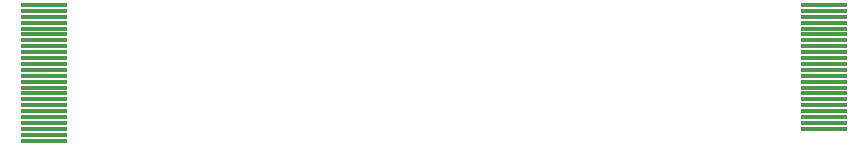
<source format=gbr>
%TF.GenerationSoftware,KiCad,Pcbnew,9.0.3-9.0.3-0~ubuntu24.04.1*%
%TF.CreationDate,2025-09-10T15:10:14+02:00*%
%TF.ProjectId,debix_rpi_22,64656269-785f-4727-9069-5f32322e6b69,rev?*%
%TF.SameCoordinates,Original*%
%TF.FileFunction,Soldermask,Top*%
%TF.FilePolarity,Negative*%
%FSLAX46Y46*%
G04 Gerber Fmt 4.6, Leading zero omitted, Abs format (unit mm)*
G04 Created by KiCad (PCBNEW 9.0.3-9.0.3-0~ubuntu24.04.1) date 2025-09-10 15:10:14*
%MOMM*%
%LPD*%
G01*
G04 APERTURE LIST*
%ADD10R,4.000000X0.300000*%
G04 APERTURE END LIST*
D10*
%TO.C,J3*%
X178000000Y-130000000D03*
X178000000Y-130500000D03*
X178000000Y-131000000D03*
X178000000Y-131500000D03*
X178000000Y-132000000D03*
X178000000Y-132500000D03*
X178000000Y-133000000D03*
X178000000Y-133500000D03*
X178000000Y-134000000D03*
X178000000Y-134500000D03*
X178000000Y-135000000D03*
X178000000Y-135500000D03*
X178000000Y-136000000D03*
X178000000Y-136500000D03*
X178000000Y-137000000D03*
X178000000Y-137500000D03*
X178000000Y-138000000D03*
X178000000Y-138500000D03*
X178000000Y-139000000D03*
X178000000Y-139500000D03*
X178000000Y-140000000D03*
X178000000Y-140500000D03*
%TD*%
%TO.C,J1*%
X112000000Y-130000000D03*
X112000000Y-130500000D03*
X112000000Y-131000000D03*
X112000000Y-131500000D03*
X112000000Y-132000000D03*
X112000000Y-132500000D03*
X112000000Y-133000000D03*
X112000000Y-133500000D03*
X112000000Y-134000000D03*
X112000000Y-134500000D03*
X112000000Y-135000000D03*
X112000000Y-135500000D03*
X112000000Y-136000000D03*
X112000000Y-136500000D03*
X112000000Y-137000000D03*
X112000000Y-137500000D03*
X112000000Y-138000000D03*
X112000000Y-138500000D03*
X112000000Y-139000000D03*
X112000000Y-139500000D03*
X112000000Y-140000000D03*
X112000000Y-140500000D03*
X112000000Y-141000000D03*
X112000000Y-141500000D03*
%TD*%
M02*

</source>
